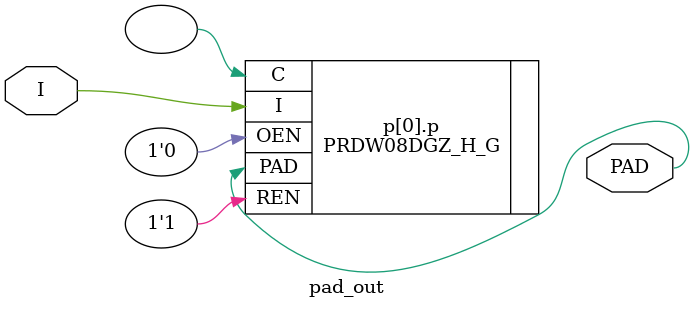
<source format=v>
module pad_out#(parameter w=1)(output [w-1:0] PAD, input [w-1:0] I);
    genvar g;
    generate for (g=0; g<w; g=g+1) begin: p
        PRDW08DGZ_H_G p (.PAD(PAD[g]), .I(I[g]), .OEN(1'b0), .REN(1'b1), .C());
    end
    endgenerate
endmodule

</source>
